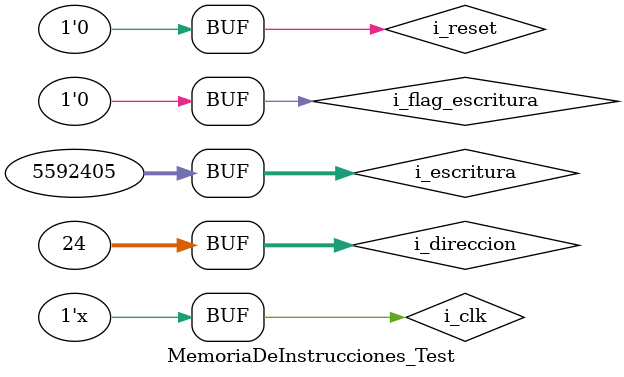
<source format=v>
`timescale 1ns / 1ps


module MemoriaDeInstrucciones_Test();

    reg i_clk;
    reg i_reset;
    reg [31:0] i_direccion;
    reg [31:0] i_escritura;
    reg i_flag_escritura;
    
    wire [31:0] o_instruccion;
    wire o_error_flag;        

    MemoriaDeInstrucciones Mem0(i_clk, i_reset, i_direccion, i_escritura, i_flag_escritura, o_instruccion, o_error_flag);
    
    initial begin

        i_clk = 0;
        i_direccion = 32'h00000000;
        i_escritura = 32'h00000000;
        i_flag_escritura = 1'b0;
        // Primero hacemos un reset
        i_reset = 1;
        
        #3
        i_reset = 0;
        
        // Comprobamos 3 direcciones aleatorias para ver que comienzen en 0
        #1
        i_direccion = 32'h00000000;
        
        #1
        i_direccion = 32'h00000004;
        
        #1
        i_direccion = 32'h0000000C;
        
        // Escribimos 3 direcciones
        #1
        i_flag_escritura = 1'b1;
        i_direccion = 32'h00000004;
        i_escritura = 32'h00111111;
        
        #1
        i_flag_escritura = 1'b1;
        i_direccion = 32'h00000000C;
        i_escritura = 32'h00222222;
        
        #1
        i_flag_escritura = 1'b1;
        i_direccion = 32'h0000014;
        i_escritura = 32'h00333333;
        
        // Chequeamos los datos de manera alternada
        
        #1
        i_flag_escritura = 1'b0;
        i_direccion = 32'h00000000;

        #1
        i_direccion = 32'h00000004;
        
        #1
        i_direccion = 32'h00000008;
        
        #1
        i_direccion = 32'h0000000C;
        
        #1
        i_direccion = 32'h00000010;
        
        #1
        i_direccion = 32'h00000014;
        
        #1
        i_direccion = 32'h00000018;
        
        #1
        i_direccion = 32'h0000001C;
        
        // Check del limite de 256 posiciones
        
        #1
        i_flag_escritura = 1'b1;
        i_direccion = 32'h000000FC;
        i_escritura = 32'h00444444;
        
        #1
        i_flag_escritura = 1'b0;
        i_direccion = 32'h000001FC;
        
        #1
        i_flag_escritura = 1'b1;
        i_direccion = 32'h00FFFF00;
        i_escritura = 32'h00555555;
        
        #1
        i_flag_escritura = 1'b0;
        
        #1
        i_direccion = 32'h00003F00;
        
        // Check de instataniedad de los bucles for como descriptores de hardware
        
        #1
        i_reset = 1;
        
        #1
        i_reset = 0;
        
        #1
        i_direccion = 32'h00000000;

        #1
        i_direccion = 32'h00000004;
        
        #1
        i_direccion = 32'h00000008;
        
        #1
        i_direccion = 32'h0000000C;
        
        #1
        i_direccion = 32'h00000010;
        
        #1
        i_direccion = 32'h00000014;
        
        #1
        i_direccion = 32'h00000018;
        
    end
    
    // Clk de periodo 1
    always begin
        #0.5
        i_clk = ~i_clk;
    end
    
endmodule

</source>
